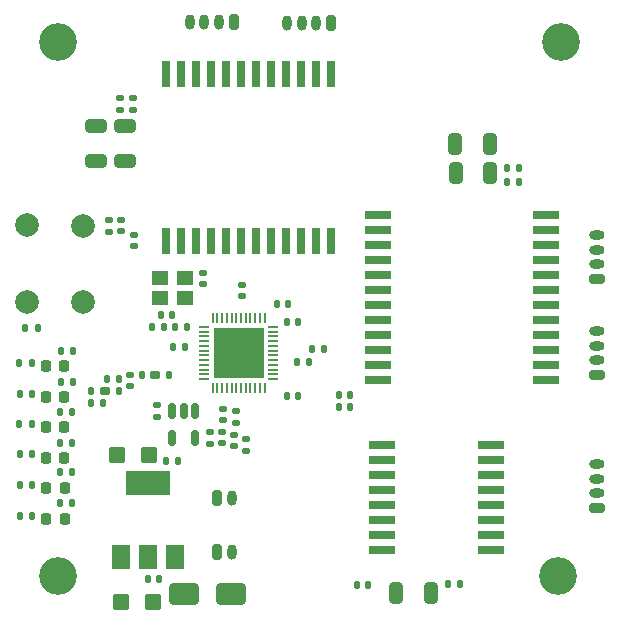
<source format=gbr>
%TF.GenerationSoftware,KiCad,Pcbnew,7.99.0-3012-g423a5b9961*%
%TF.CreationDate,2023-11-07T10:04:52-05:00*%
%TF.ProjectId,switch,73776974-6368-42e6-9b69-6361645f7063,rev?*%
%TF.SameCoordinates,Original*%
%TF.FileFunction,Soldermask,Top*%
%TF.FilePolarity,Negative*%
%FSLAX46Y46*%
G04 Gerber Fmt 4.6, Leading zero omitted, Abs format (unit mm)*
G04 Created by KiCad (PCBNEW 7.99.0-3012-g423a5b9961) date 2023-11-07 10:04:52*
%MOMM*%
%LPD*%
G01*
G04 APERTURE LIST*
G04 Aperture macros list*
%AMRoundRect*
0 Rectangle with rounded corners*
0 $1 Rounding radius*
0 $2 $3 $4 $5 $6 $7 $8 $9 X,Y pos of 4 corners*
0 Add a 4 corners polygon primitive as box body*
4,1,4,$2,$3,$4,$5,$6,$7,$8,$9,$2,$3,0*
0 Add four circle primitives for the rounded corners*
1,1,$1+$1,$2,$3*
1,1,$1+$1,$4,$5*
1,1,$1+$1,$6,$7*
1,1,$1+$1,$8,$9*
0 Add four rect primitives between the rounded corners*
20,1,$1+$1,$2,$3,$4,$5,0*
20,1,$1+$1,$4,$5,$6,$7,0*
20,1,$1+$1,$6,$7,$8,$9,0*
20,1,$1+$1,$8,$9,$2,$3,0*%
G04 Aperture macros list end*
%ADD10RoundRect,0.135000X0.135000X0.185000X-0.135000X0.185000X-0.135000X-0.185000X0.135000X-0.185000X0*%
%ADD11RoundRect,0.218750X0.218750X0.256250X-0.218750X0.256250X-0.218750X-0.256250X0.218750X-0.256250X0*%
%ADD12C,3.200000*%
%ADD13RoundRect,0.140000X-0.140000X-0.170000X0.140000X-0.170000X0.140000X0.170000X-0.140000X0.170000X0*%
%ADD14RoundRect,0.200000X0.450000X-0.200000X0.450000X0.200000X-0.450000X0.200000X-0.450000X-0.200000X0*%
%ADD15O,1.300000X0.800000*%
%ADD16RoundRect,0.135000X-0.135000X-0.185000X0.135000X-0.185000X0.135000X0.185000X-0.135000X0.185000X0*%
%ADD17R,2.290000X0.640000*%
%ADD18RoundRect,0.250000X-0.650000X0.325000X-0.650000X-0.325000X0.650000X-0.325000X0.650000X0.325000X0*%
%ADD19RoundRect,0.250000X0.450000X0.425000X-0.450000X0.425000X-0.450000X-0.425000X0.450000X-0.425000X0*%
%ADD20RoundRect,0.140000X0.140000X0.170000X-0.140000X0.170000X-0.140000X-0.170000X0.140000X-0.170000X0*%
%ADD21RoundRect,0.050000X0.350000X0.050000X-0.350000X0.050000X-0.350000X-0.050000X0.350000X-0.050000X0*%
%ADD22RoundRect,0.050000X0.050000X0.350000X-0.050000X0.350000X-0.050000X-0.350000X0.050000X-0.350000X0*%
%ADD23R,4.300000X4.300000*%
%ADD24RoundRect,0.135000X-0.185000X0.135000X-0.185000X-0.135000X0.185000X-0.135000X0.185000X0.135000X0*%
%ADD25RoundRect,0.140000X-0.170000X0.140000X-0.170000X-0.140000X0.170000X-0.140000X0.170000X0.140000X0*%
%ADD26RoundRect,0.150000X-0.150000X0.512500X-0.150000X-0.512500X0.150000X-0.512500X0.150000X0.512500X0*%
%ADD27RoundRect,0.200000X0.200000X0.450000X-0.200000X0.450000X-0.200000X-0.450000X0.200000X-0.450000X0*%
%ADD28O,0.800000X1.300000*%
%ADD29RoundRect,0.135000X0.185000X-0.135000X0.185000X0.135000X-0.185000X0.135000X-0.185000X-0.135000X0*%
%ADD30RoundRect,0.140000X0.170000X-0.140000X0.170000X0.140000X-0.170000X0.140000X-0.170000X-0.140000X0*%
%ADD31RoundRect,0.250000X-1.000000X-0.650000X1.000000X-0.650000X1.000000X0.650000X-1.000000X0.650000X0*%
%ADD32R,1.500000X2.000000*%
%ADD33R,3.800000X2.000000*%
%ADD34R,0.750000X2.290000*%
%ADD35RoundRect,0.250000X0.325000X0.650000X-0.325000X0.650000X-0.325000X-0.650000X0.325000X-0.650000X0*%
%ADD36RoundRect,0.200000X-0.200000X-0.450000X0.200000X-0.450000X0.200000X0.450000X-0.200000X0.450000X0*%
%ADD37C,2.000000*%
%ADD38R,2.290000X0.750000*%
%ADD39R,1.400000X1.200000*%
G04 APERTURE END LIST*
D10*
%TO.C,R23*%
X148739200Y-85801200D03*
X147719200Y-85801200D03*
%TD*%
D11*
%TO.C,D5*%
X110236200Y-112852200D03*
X108661200Y-112852200D03*
%TD*%
D12*
%TO.C,H3*%
X109702600Y-120345200D03*
%TD*%
D13*
%TO.C,C16*%
X119608600Y-99288600D03*
X120568600Y-99288600D03*
%TD*%
D14*
%TO.C,J8*%
X155300000Y-114604800D03*
D15*
X155300000Y-113354800D03*
X155300000Y-112104800D03*
X155300000Y-110854800D03*
%TD*%
D16*
%TO.C,R12*%
X106447400Y-110032800D03*
X107467400Y-110032800D03*
%TD*%
D13*
%TO.C,C6*%
X112508400Y-104673400D03*
X113468400Y-104673400D03*
%TD*%
D14*
%TO.C,J6*%
X155300000Y-95215400D03*
D15*
X155300000Y-93965400D03*
X155300000Y-92715400D03*
X155300000Y-91465400D03*
%TD*%
D17*
%TO.C,T3*%
X137144000Y-109220000D03*
X137144000Y-110490000D03*
X137144000Y-111760000D03*
X137144000Y-113030000D03*
X137144000Y-114300000D03*
X137144000Y-115570000D03*
X137144000Y-116840000D03*
X137144000Y-118110000D03*
X146304000Y-118110000D03*
X146304000Y-116840000D03*
X146304000Y-115570000D03*
X146304000Y-114300000D03*
X146304000Y-113030000D03*
X146304000Y-111760000D03*
X146304000Y-110490000D03*
X146304000Y-109220000D03*
%TD*%
D10*
%TO.C,R20*%
X110910800Y-114198400D03*
X109890800Y-114198400D03*
%TD*%
D18*
%TO.C,C32*%
X112874800Y-82282400D03*
X112874800Y-85232400D03*
%TD*%
D19*
%TO.C,C1*%
X117732800Y-122555000D03*
X115032800Y-122555000D03*
%TD*%
D20*
%TO.C,C2*%
X118234400Y-120599200D03*
X117274400Y-120599200D03*
%TD*%
D16*
%TO.C,R11*%
X106422000Y-107492800D03*
X107442000Y-107492800D03*
%TD*%
D21*
%TO.C,U3*%
X127926199Y-103661063D03*
X127926199Y-103261063D03*
X127926199Y-102861063D03*
X127926199Y-102461063D03*
X127926199Y-102061063D03*
X127926199Y-101661063D03*
X127926199Y-101261063D03*
X127926199Y-100861063D03*
X127926199Y-100461063D03*
X127926199Y-100061063D03*
X127926199Y-99661063D03*
X127926199Y-99261063D03*
D22*
X127176199Y-98511063D03*
X126776199Y-98511063D03*
X126376199Y-98511063D03*
X125976199Y-98511063D03*
X125576199Y-98511063D03*
X125176199Y-98511063D03*
X124776199Y-98511063D03*
X124376199Y-98511063D03*
X123976199Y-98511063D03*
X123576199Y-98511063D03*
X123176199Y-98511063D03*
X122776199Y-98511063D03*
D21*
X122026199Y-99261063D03*
X122026199Y-99661063D03*
X122026199Y-100061063D03*
X122026199Y-100461063D03*
X122026199Y-100861063D03*
X122026199Y-101261063D03*
X122026199Y-101661063D03*
X122026199Y-102061063D03*
X122026199Y-102461063D03*
X122026199Y-102861063D03*
X122026199Y-103261063D03*
X122026199Y-103661063D03*
D22*
X122776199Y-104411063D03*
X123176199Y-104411063D03*
X123576199Y-104411063D03*
X123976199Y-104411063D03*
X124376199Y-104411063D03*
X124776199Y-104411063D03*
X125176199Y-104411063D03*
X125576199Y-104411063D03*
X125976199Y-104411063D03*
X126376199Y-104411063D03*
X126776199Y-104411063D03*
X127176199Y-104411063D03*
D23*
X124976199Y-101461063D03*
%TD*%
D10*
%TO.C,R19*%
X110910800Y-111556800D03*
X109890800Y-111556800D03*
%TD*%
D24*
%TO.C,R21*%
X114932200Y-79894600D03*
X114932200Y-80914600D03*
%TD*%
D25*
%TO.C,C24*%
X116100600Y-91481600D03*
X116100600Y-92441600D03*
%TD*%
D13*
%TO.C,C18*%
X129082800Y-98856800D03*
X130042800Y-98856800D03*
%TD*%
%TO.C,C20*%
X118392000Y-98272600D03*
X119352000Y-98272600D03*
%TD*%
D10*
%TO.C,R25*%
X143720000Y-121056400D03*
X142700000Y-121056400D03*
%TD*%
D12*
%TO.C,H1*%
X109702600Y-75133200D03*
%TD*%
D24*
%TO.C,R24*%
X116024400Y-79896600D03*
X116024400Y-80916600D03*
%TD*%
D20*
%TO.C,C26*%
X134442200Y-105003600D03*
X133482200Y-105003600D03*
%TD*%
D25*
%TO.C,C25*%
X115059200Y-90211600D03*
X115059200Y-91171600D03*
%TD*%
D16*
%TO.C,R14*%
X106472800Y-115290600D03*
X107492800Y-115290600D03*
%TD*%
D26*
%TO.C,U2*%
X121269800Y-106406100D03*
X120319800Y-106406100D03*
X119369800Y-106406100D03*
X119369800Y-108681100D03*
X121269800Y-108681100D03*
%TD*%
D27*
%TO.C,J4*%
X124575000Y-73476200D03*
D28*
X123325000Y-73476200D03*
X122075000Y-73476200D03*
X120825000Y-73476200D03*
%TD*%
D11*
%TO.C,D3*%
X110210700Y-107746800D03*
X108635700Y-107746800D03*
%TD*%
D18*
%TO.C,C30*%
X115338600Y-82282400D03*
X115338600Y-85232400D03*
%TD*%
D20*
%TO.C,C12*%
X117755800Y-103327200D03*
X116795800Y-103327200D03*
%TD*%
%TO.C,C28*%
X135973800Y-121125400D03*
X135013800Y-121125400D03*
%TD*%
D12*
%TO.C,H2*%
X152247600Y-75107800D03*
%TD*%
D29*
%TO.C,R5*%
X118084600Y-106912600D03*
X118084600Y-105892600D03*
%TD*%
D10*
%TO.C,R16*%
X110936200Y-103886000D03*
X109916200Y-103886000D03*
%TD*%
D30*
%TO.C,C19*%
X122004000Y-95651200D03*
X122004000Y-94691200D03*
%TD*%
D16*
%TO.C,R7*%
X119426800Y-100965000D03*
X120446800Y-100965000D03*
%TD*%
D13*
%TO.C,C23*%
X128196400Y-97332800D03*
X129156400Y-97332800D03*
%TD*%
D11*
%TO.C,D1*%
X110208600Y-102590600D03*
X108633600Y-102590600D03*
%TD*%
D20*
%TO.C,C11*%
X119053800Y-103327200D03*
X118093800Y-103327200D03*
%TD*%
D30*
%TO.C,C8*%
X123596400Y-109118400D03*
X123596400Y-108158400D03*
%TD*%
D10*
%TO.C,R18*%
X110910800Y-109067600D03*
X109890800Y-109067600D03*
%TD*%
D31*
%TO.C,D7*%
X120345200Y-121869200D03*
X124345200Y-121869200D03*
%TD*%
D16*
%TO.C,R4*%
X113817400Y-103632000D03*
X114837400Y-103632000D03*
%TD*%
D29*
%TO.C,R3*%
X113995200Y-91213400D03*
X113995200Y-90193400D03*
%TD*%
D10*
%TO.C,R17*%
X110908800Y-106451400D03*
X109888800Y-106451400D03*
%TD*%
D32*
%TO.C,U1*%
X115025200Y-118748695D03*
X117325200Y-118748695D03*
D33*
X117325200Y-112448695D03*
D32*
X119625200Y-118748695D03*
%TD*%
D25*
%TO.C,C14*%
X124739400Y-106403200D03*
X124739400Y-107363200D03*
%TD*%
D11*
%TO.C,D2*%
X110210600Y-105156000D03*
X108635600Y-105156000D03*
%TD*%
D34*
%TO.C,T1*%
X118858800Y-92012500D03*
X120128800Y-92012500D03*
X121398800Y-92012500D03*
X122668800Y-92012500D03*
X123938800Y-92012500D03*
X125208800Y-92012500D03*
X126478800Y-92012500D03*
X127748800Y-92012500D03*
X129018800Y-92012500D03*
X130288800Y-92012500D03*
X131558800Y-92012500D03*
X132828800Y-92012500D03*
X132828800Y-77802500D03*
X131558800Y-77802500D03*
X130288800Y-77802500D03*
X129018800Y-77802500D03*
X127748800Y-77802500D03*
X126478800Y-77802500D03*
X125208800Y-77802500D03*
X123938800Y-77802500D03*
X122668800Y-77802500D03*
X121398800Y-77802500D03*
X120128800Y-77802500D03*
X118858800Y-77802500D03*
%TD*%
D16*
%TO.C,R6*%
X117648800Y-99288600D03*
X118668800Y-99288600D03*
%TD*%
%TO.C,R9*%
X106424000Y-102336600D03*
X107444000Y-102336600D03*
%TD*%
D35*
%TO.C,C33*%
X146277000Y-83794600D03*
X143327000Y-83794600D03*
%TD*%
D13*
%TO.C,C7*%
X113852000Y-104673400D03*
X114812000Y-104673400D03*
%TD*%
D12*
%TO.C,H4*%
X152019000Y-120370600D03*
%TD*%
D13*
%TO.C,C15*%
X129082800Y-105079800D03*
X130042800Y-105079800D03*
%TD*%
D10*
%TO.C,R22*%
X148713800Y-86944200D03*
X147693800Y-86944200D03*
%TD*%
D16*
%TO.C,R8*%
X129921000Y-102209600D03*
X130941000Y-102209600D03*
%TD*%
D36*
%TO.C,J1*%
X123174600Y-118280600D03*
D28*
X124424600Y-118280600D03*
%TD*%
D37*
%TO.C,SW1*%
X107023600Y-97141800D03*
X107023600Y-90641800D03*
%TD*%
D11*
%TO.C,D4*%
X110232000Y-110312200D03*
X108657000Y-110312200D03*
%TD*%
D13*
%TO.C,C17*%
X131216400Y-101142800D03*
X132176400Y-101142800D03*
%TD*%
D38*
%TO.C,T2*%
X136800000Y-89763599D03*
X136800000Y-91033599D03*
X136800000Y-92303599D03*
X136800000Y-93573599D03*
X136800000Y-94843599D03*
X136800000Y-96113599D03*
X136800000Y-97383599D03*
X136800000Y-98653599D03*
X136800000Y-99923599D03*
X136800000Y-101193599D03*
X136800000Y-102463599D03*
X136800000Y-103733599D03*
X151010000Y-103733599D03*
X151010000Y-102463599D03*
X151010000Y-101193599D03*
X151010000Y-99923599D03*
X151010000Y-98653599D03*
X151010000Y-97383599D03*
X151010000Y-96113599D03*
X151010000Y-94843599D03*
X151010000Y-93573599D03*
X151010000Y-92303599D03*
X151010000Y-91033599D03*
X151010000Y-89763599D03*
%TD*%
D35*
%TO.C,C31*%
X146300600Y-86258400D03*
X143350600Y-86258400D03*
%TD*%
D14*
%TO.C,J7*%
X155300000Y-103327200D03*
D15*
X155300000Y-102077200D03*
X155300000Y-100827200D03*
X155300000Y-99577200D03*
%TD*%
D30*
%TO.C,C9*%
X115807800Y-104261800D03*
X115807800Y-103301800D03*
%TD*%
%TO.C,C10*%
X124587000Y-109344400D03*
X124587000Y-108384400D03*
%TD*%
D16*
%TO.C,R13*%
X106451400Y-112598200D03*
X107471400Y-112598200D03*
%TD*%
D36*
%TO.C,J3*%
X123159200Y-113766600D03*
D28*
X124409200Y-113766600D03*
%TD*%
D11*
%TO.C,D6*%
X110257600Y-115544600D03*
X108682600Y-115544600D03*
%TD*%
D20*
%TO.C,C27*%
X134442200Y-106019600D03*
X133482200Y-106019600D03*
%TD*%
D25*
%TO.C,C22*%
X125628400Y-108768000D03*
X125628400Y-109728000D03*
%TD*%
D37*
%TO.C,SW2*%
X111810800Y-90678000D03*
X111810800Y-97178000D03*
%TD*%
D30*
%TO.C,C21*%
X125272800Y-96672400D03*
X125272800Y-95712400D03*
%TD*%
D13*
%TO.C,C4*%
X118851800Y-110591600D03*
X119811800Y-110591600D03*
%TD*%
D10*
%TO.C,R15*%
X110936200Y-101269800D03*
X109916200Y-101269800D03*
%TD*%
D13*
%TO.C,C5*%
X112505800Y-105664000D03*
X113465800Y-105664000D03*
%TD*%
D19*
%TO.C,C3*%
X117354400Y-110109000D03*
X114654400Y-110109000D03*
%TD*%
D25*
%TO.C,C13*%
X123621800Y-106174600D03*
X123621800Y-107134600D03*
%TD*%
D35*
%TO.C,C29*%
X141256000Y-121742200D03*
X138306000Y-121742200D03*
%TD*%
D24*
%TO.C,R1*%
X122555000Y-108153200D03*
X122555000Y-109173200D03*
%TD*%
D39*
%TO.C,Y1*%
X120480000Y-95123000D03*
X118280000Y-95123000D03*
X118280000Y-96823000D03*
X120480000Y-96823000D03*
%TD*%
D16*
%TO.C,R2*%
X106930000Y-99314000D03*
X107950000Y-99314000D03*
%TD*%
D27*
%TO.C,J5*%
X132816600Y-73500000D03*
D28*
X131566600Y-73500000D03*
X130316600Y-73500000D03*
X129066600Y-73500000D03*
%TD*%
D16*
%TO.C,R10*%
X106447400Y-104902000D03*
X107467400Y-104902000D03*
%TD*%
M02*

</source>
